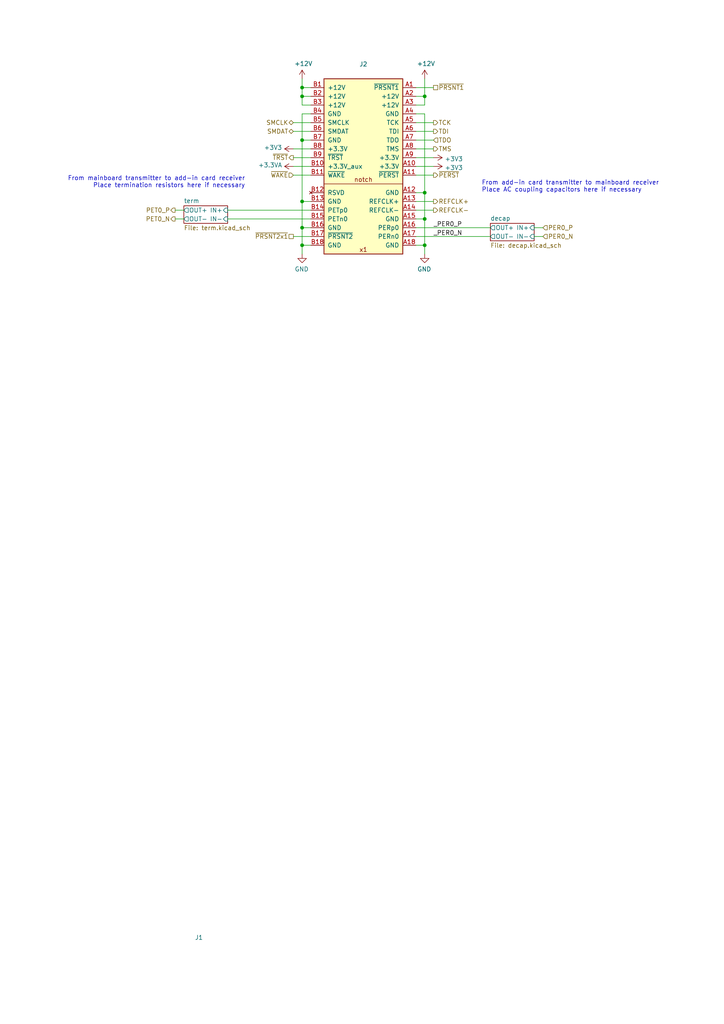
<source format=kicad_sch>
(kicad_sch (version 20211123) (generator eeschema)
  (paper "A4" portrait)
  (title_block (title "PCIexpress_x1_full") (company "Author: Luca Anastasio"))
  (lib_symbols
    (symbol "PCIexpress:PCIexpress_bracket" (pin_names (offset 1.016))
      (property "Reference" "J" (at 0 0 0))
      (property "Value" "PCIexpress_bracket" (at 0 0 0))
    )
    (symbol "PCIexpress:PCIexpress_x1" (pin_names (offset 1.016))
      (property "Reference" "J" (at 0 3.81 0))
      (property "Value" "PCIexpress_x1" (at 0 1.27 0))
      (symbol "PCIexpress_x1_0_0"
        (text "notch" (at 0 -29.21 0) (effects (font (size 1.27 1.27))))
        (text "x1" (at 0 -49.53 0) (effects (font (size 1.27 1.27))))
      )
      (symbol "PCIexpress_x1_0_1"
        (polyline (pts (xy 11.43 -30.48) (xy -11.43 -30.48)))
      )
      (symbol "PCIexpress_x1_1_1"
        (rectangle (start 11.43 0) (end -11.43 -50.8) (stroke (width 0.254)) (fill (type background)))
        (pin passive line (at 15.24 -2.54 180) (length 3.81) (name "~{PRSNT1}") (number "A1"))
        (pin power_out line (at 15.24 -25.4 180) (length 3.81) (name "+3.3V") (number "A10"))
        (pin output line (at 15.24 -27.94 180) (length 3.81) (name "~{PERST}") (number "A11"))
        (pin power_out line (at 15.24 -33.02 180) (length 3.81) (name "GND") (number "A12"))
        (pin output line (at 15.24 -35.56 180) (length 3.81) (name "REFCLK+") (number "A13"))
        (pin output line (at 15.24 -38.1 180) (length 3.81) (name "REFCLK-") (number "A14"))
        (pin power_out line (at 15.24 -40.64 180) (length 3.81) (name "GND") (number "A15"))
        (pin input line (at 15.24 -43.18 180) (length 3.81) (name "PERp0") (number "A16"))
        (pin input line (at 15.24 -45.72 180) (length 3.81) (name "PERn0") (number "A17"))
        (pin power_out line (at 15.24 -48.26 180) (length 3.81) (name "GND") (number "A18"))
        (pin power_out line (at 15.24 -5.08 180) (length 3.81) (name "+12V") (number "A2"))
        (pin power_out line (at 15.24 -7.62 180) (length 3.81) (name "+12V") (number "A3"))
        (pin power_out line (at 15.24 -10.16 180) (length 3.81) (name "GND") (number "A4"))
        (pin output line (at 15.24 -12.7 180) (length 3.81) (name "TCK") (number "A5"))
        (pin output line (at 15.24 -15.24 180) (length 3.81) (name "TDI") (number "A6"))
        (pin input line (at 15.24 -17.78 180) (length 3.81) (name "TDO") (number "A7"))
        (pin output line (at 15.24 -20.32 180) (length 3.81) (name "TMS") (number "A8"))
        (pin power_out line (at 15.24 -22.86 180) (length 3.81) (name "+3.3V") (number "A9"))
        (pin power_out line (at -15.24 -2.54 0) (length 3.81) (name "+12V") (number "B1"))
        (pin power_out line (at -15.24 -25.4 0) (length 3.81) (name "+3.3V_aux") (number "B10"))
        (pin open_collector line (at -15.24 -27.94 0) (length 3.81) (name "~{WAKE}") (number "B11"))
        (pin no_connect line (at -15.24 -33.02 0) (length 3.81) (name "RSVD") (number "B12"))
        (pin power_out line (at -15.24 -35.56 0) (length 3.81) (name "GND") (number "B13"))
        (pin output line (at -15.24 -38.1 0) (length 3.81) (name "PETp0") (number "B14"))
        (pin output line (at -15.24 -40.64 0) (length 3.81) (name "PETn0") (number "B15"))
        (pin power_out line (at -15.24 -43.18 0) (length 3.81) (name "GND") (number "B16"))
        (pin passive line (at -15.24 -45.72 0) (length 3.81) (name "~{PRSNT2}") (number "B17"))
        (pin power_out line (at -15.24 -48.26 0) (length 3.81) (name "GND") (number "B18"))
        (pin power_out line (at -15.24 -5.08 0) (length 3.81) (name "+12V") (number "B2"))
        (pin power_out line (at -15.24 -7.62 0) (length 3.81) (name "+12V") (number "B3"))
        (pin power_out line (at -15.24 -10.16 0) (length 3.81) (name "GND") (number "B4"))
        (pin open_collector line (at -15.24 -12.7 0) (length 3.81) (name "SMCLK") (number "B5"))
        (pin open_collector line (at -15.24 -15.24 0) (length 3.81) (name "SMDAT") (number "B6"))
        (pin power_out line (at -15.24 -17.78 0) (length 3.81) (name "GND") (number "B7"))
        (pin power_out line (at -15.24 -20.32 0) (length 3.81) (name "+3.3V") (number "B8"))
        (pin output line (at -15.24 -22.86 0) (length 3.81) (name "~{TRST}") (number "B9"))
      )
    )
    (symbol "power:+12V" (power) (pin_names (offset 0))
      (property "Value" "+12V" (at 0 3.556 0))
      (symbol "+12V_0_1"
        (polyline (pts (xy -0.762 1.27) (xy 0 2.54)))
        (polyline (pts (xy 0 0) (xy 0 2.54)))
        (polyline (pts (xy 0 2.54) (xy 0.762 1.27)))
      )
      (symbol "+12V_1_1"
        (pin power_in line (at 0 0 90) (length 0) hide (name "+12V") (number "1"))
      )
    )
    (symbol "power:+3.3V" (power) (pin_names (offset 0))
      (property "Value" "+3.3V" (at 0 3.556 0))
      (symbol "+3.3V_0_1"
        (polyline (pts (xy -0.762 1.27) (xy 0 2.54)))
        (polyline (pts (xy 0 0) (xy 0 2.54)))
        (polyline (pts (xy 0 2.54) (xy 0.762 1.27)))
      )
      (symbol "+3.3V_1_1"
        (pin power_in line (at 0 0 90) (length 0) hide (name "+3V3") (number "1"))
      )
    )
    (symbol "power:+3.3VA" (power) (pin_names (offset 0))
      (property "Value" "+3.3VA" (at 0 3.556 0))
      (symbol "+3.3VA_0_1"
        (polyline (pts (xy -0.762 1.27) (xy 0 2.54)))
        (polyline (pts (xy 0 0) (xy 0 2.54)))
        (polyline (pts (xy 0 2.54) (xy 0.762 1.27)))
      )
      (symbol "+3.3VA_1_1"
        (pin power_in line (at 0 0 90) (length 0) hide (name "+3.3VA") (number "1"))
      )
    )
    (symbol "power:GND" (power) (pin_names (offset 0))
      (property "Value" "GND" (at 0 -3.81 0))
      (symbol "GND_0_1"
        (polyline (pts (xy 0 0) (xy 0 -1.27) (xy 1.27 -1.27) (xy 0 -2.54) (xy -1.27 -1.27) (xy 0 -1.27)))
      )
      (symbol "GND_1_1"
        (pin power_in line (at 0 0 270) (length 0) hide (name "GND") (number "1"))
      )
    )
  )
  (junction (at 123.19 63.5))
  (junction (at 87.63 40.64))
  (junction (at 123.19 27.94))
  (junction (at 123.19 55.88))
  (junction (at 87.63 66.04))
  (junction (at 87.63 27.94))
  (junction (at 87.63 71.12))
  (junction (at 87.63 58.42))
  (junction (at 87.63 25.4))
  (junction (at 123.19 71.12))
  (wire (pts (xy 87.63 27.94) (xy 87.63 25.4)))
  (wire (pts (xy 154.94 68.58) (xy 157.48 68.58)))
  (wire (pts (xy 87.63 66.04) (xy 87.63 58.42)))
  (wire (pts (xy 154.94 66.04) (xy 157.48 66.04)))
  (wire (pts (xy 90.17 68.58) (xy 85.09 68.58)))
  (wire (pts (xy 120.65 35.56) (xy 125.73 35.56)))
  (wire (pts (xy 120.65 25.4) (xy 125.73 25.4)))
  (wire (pts (xy 90.17 58.42) (xy 87.63 58.42)))
  (wire (pts (xy 123.19 33.02) (xy 123.19 55.88)))
  (wire (pts (xy 120.65 30.48) (xy 123.19 30.48)))
  (wire (pts (xy 85.09 50.8) (xy 90.17 50.8)))
  (wire (pts (xy 120.65 45.72) (xy 125.73 45.72)))
  (wire (pts (xy 120.65 43.18) (xy 125.73 43.18)))
  (wire (pts (xy 123.19 33.02) (xy 120.65 33.02)))
  (wire (pts (xy 120.65 48.26) (xy 125.73 48.26)))
  (wire (pts (xy 85.09 45.72) (xy 90.17 45.72)))
  (wire (pts (xy 50.8 60.96) (xy 53.34 60.96)))
  (wire (pts (xy 120.65 50.8) (xy 125.73 50.8)))
  (wire (pts (xy 85.09 43.18) (xy 90.17 43.18)))
  (wire (pts (xy 85.09 35.56) (xy 90.17 35.56)))
  (wire (pts (xy 120.65 40.64) (xy 125.73 40.64)))
  (wire (pts (xy 85.09 38.1) (xy 90.17 38.1)))
  (wire (pts (xy 90.17 40.64) (xy 87.63 40.64)))
  (wire (pts (xy 90.17 71.12) (xy 87.63 71.12)))
  (wire (pts (xy 90.17 25.4) (xy 87.63 25.4)))
  (wire (pts (xy 120.65 71.12) (xy 123.19 71.12)))
  (wire (pts (xy 50.8 63.5) (xy 53.34 63.5)))
  (wire (pts (xy 123.19 30.48) (xy 123.19 27.94)))
  (wire (pts (xy 87.63 40.64) (xy 87.63 33.02)))
  (wire (pts (xy 66.04 60.96) (xy 90.17 60.96)))
  (wire (pts (xy 120.65 66.04) (xy 142.24 66.04)))
  (wire (pts (xy 123.19 73.66) (xy 123.19 71.12)))
  (wire (pts (xy 120.65 60.96) (xy 125.73 60.96)))
  (wire (pts (xy 90.17 30.48) (xy 87.63 30.48)))
  (wire (pts (xy 123.19 27.94) (xy 120.65 27.94)))
  (wire (pts (xy 120.65 63.5) (xy 123.19 63.5)))
  (wire (pts (xy 120.65 38.1) (xy 125.73 38.1)))
  (wire (pts (xy 123.19 63.5) (xy 123.19 71.12)))
  (wire (pts (xy 87.63 27.94) (xy 90.17 27.94)))
  (wire (pts (xy 120.65 55.88) (xy 123.19 55.88)))
  (wire (pts (xy 87.63 25.4) (xy 87.63 22.86)))
  (wire (pts (xy 123.19 55.88) (xy 123.19 63.5)))
  (wire (pts (xy 87.63 33.02) (xy 90.17 33.02)))
  (wire (pts (xy 87.63 30.48) (xy 87.63 27.94)))
  (wire (pts (xy 87.63 73.66) (xy 87.63 71.12)))
  (wire (pts (xy 120.65 58.42) (xy 125.73 58.42)))
  (wire (pts (xy 87.63 71.12) (xy 87.63 66.04)))
  (wire (pts (xy 90.17 66.04) (xy 87.63 66.04)))
  (wire (pts (xy 66.04 63.5) (xy 90.17 63.5)))
  (wire (pts (xy 123.19 22.86) (xy 123.19 27.94)))
  (wire (pts (xy 120.65 68.58) (xy 142.24 68.58)))
  (wire (pts (xy 85.09 48.26) (xy 90.17 48.26)))
  (wire (pts (xy 87.63 58.42) (xy 87.63 40.64)))
  (text "From add-in card transmitter to mainboard receiver\nPlace AC coupling capacitors here if necessary" (at 139.7 55.88 0) (effects (font (size 1.27 1.27)) (justify left bottom)))
  (text "From mainboard transmitter to add-in card receiver\nPlace termination resistors here if necessary" (at 71.12 54.61 0) (effects (font (size 1.27 1.27)) (justify right bottom)))
  (label "_PER0_N" (at 125.73 68.58 0))
  (label "_PER0_P" (at 125.73 66.04 0))
  (hierarchical_label "~{WAKE}" (shape input) (at 85.09 50.8 180))
  (hierarchical_label "PET0_P" (shape output) (at 50.8 60.96 180))
  (hierarchical_label "REFCLK-" (shape output) (at 125.73 60.96 0))
  (hierarchical_label "PET0_N" (shape output) (at 50.8 63.5 180))
  (hierarchical_label "TDO" (shape input) (at 125.73 40.64 0))
  (hierarchical_label "TMS" (shape output) (at 125.73 43.18 0))
  (hierarchical_label "~{PERST}" (shape output) (at 125.73 50.8 0))
  (hierarchical_label "PER0_P" (shape input) (at 157.48 66.04 0))
  (hierarchical_label "TCK" (shape output) (at 125.73 35.56 0))
  (hierarchical_label "PER0_N" (shape input) (at 157.48 68.58 0))
  (hierarchical_label "SMDAT" (shape bidirectional) (at 85.09 38.1 180))
  (hierarchical_label "REFCLK+" (shape output) (at 125.73 58.42 0))
  (hierarchical_label "SMCLK" (shape bidirectional) (at 85.09 35.56 180))
  (hierarchical_label "~{PRSNT1}" (shape passive) (at 125.73 25.4 0))
  (hierarchical_label "~{TRST}" (shape output) (at 85.09 45.72 180))
  (hierarchical_label "TDI" (shape output) (at 125.73 38.1 0))
  (hierarchical_label "~{PRSNT2x1}" (shape passive) (at 85.09 68.58 180))
  (symbol (lib_id "PCIexpress:PCIexpress_x1") (at 105.41 22.86 0) (unit 1)
    (property "Reference" "J2" (at 105.41 18.6182 0))
  )
  (symbol (lib_id "PCIexpress:PCIexpress_bracket") (at 55.88 273.05 0) (unit 1)
    (property "Reference" "J1" (at 56.515 271.8816 0) (effects (justify left)))
  )
  (symbol (lib_id "power:GND") (at 87.63 73.66 0) (mirror y) (unit 1)
    (property "Reference" "#PWR0101" (effects hide))
  )
  (symbol (lib_id "power:GND") (at 123.19 73.66 0) (mirror y) (unit 1)
    (property "Reference" "#PWR0102" (effects hide))
  )
  (symbol (lib_id "power:+3.3V") (at 85.09 43.18 90) (unit 1)
    (property "Reference" "#PWR?" (effects hide))
  )
  (symbol (lib_id "power:+3.3V") (at 125.73 45.72 270) (unit 1)
    (property "Reference" "#PWR?" (effects hide))
  )
  (symbol (lib_id "power:+3.3V") (at 125.73 48.26 270) (unit 1)
    (property "Reference" "#PWR?" (effects hide))
  )
  (symbol (lib_id "power:+3.3VA") (at 85.09 48.26 90) (unit 1)
    (property "Reference" "#PWR?" (effects hide))
  )
  (symbol (lib_id "power:+12V") (at 87.63 22.86 0) (unit 1)
    (property "Reference" "#PWR?" (effects hide))
  )
  (symbol (lib_id "power:+12V") (at 123.19 22.86 0) (unit 1)
    (property "Reference" "#PWR?" (effects hide))
  )
  (sheet (at 53.34 59.69) (size 12.7 5.08)
    (property "Sheet name" "term" (at 53.34 58.9784 0) (effects (justify left bottom)))
    (property "Sheet file" "term.kicad_sch" (at 53.34 65.3546 0) (effects (justify left top)))
    (pin "IN+" input (at 66.04 60.96 0))
    (pin "IN-" input (at 66.04 63.5 0))
    (pin "OUT+" output (at 53.34 60.96 180))
    (pin "OUT-" output (at 53.34 63.5 180))
  )
  (sheet (at 142.24 64.77) (size 12.7 5.08)
    (property "Sheet name" "decap" (at 142.24 64.0584 0) (effects (justify left bottom)))
    (property "Sheet file" "decap.kicad_sch" (at 142.24 70.4346 0) (effects (justify left top)))
    (pin "IN+" input (at 154.94 66.04 0))
    (pin "OUT+" output (at 142.24 66.04 180))
    (pin "OUT-" output (at 142.24 68.58 180))
    (pin "IN-" input (at 154.94 68.58 0))
  )
)
</source>
